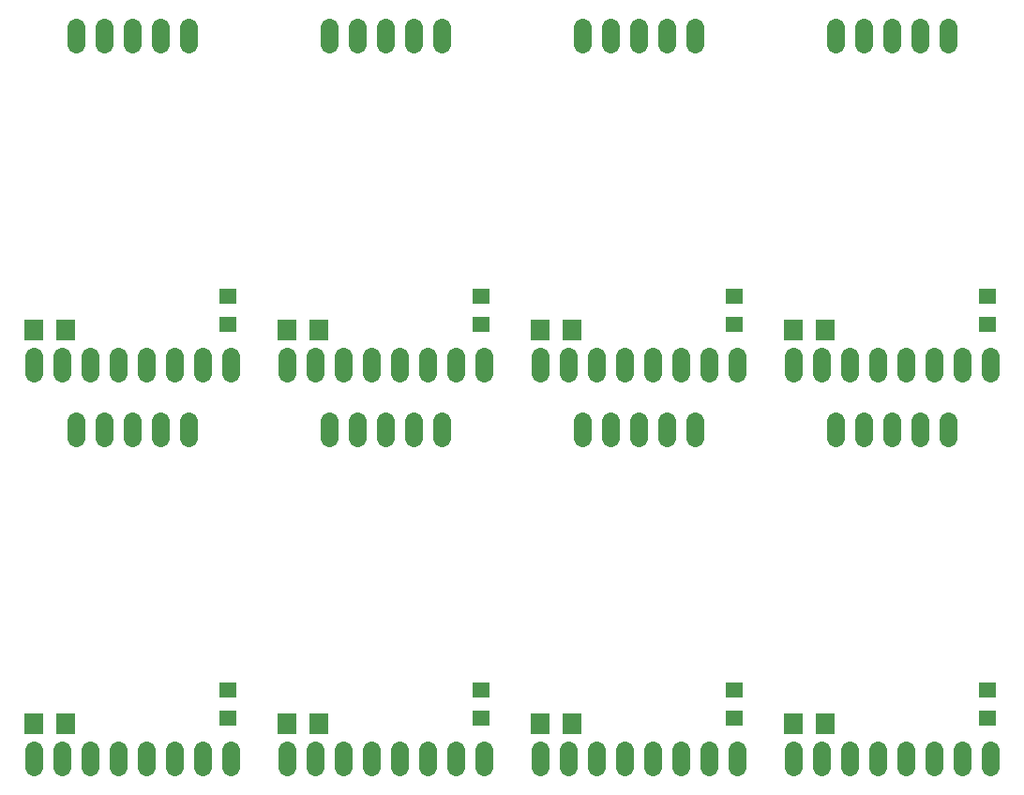
<source format=gbs>
G04 EAGLE Gerber RS-274X export*
G75*
%MOMM*%
%FSLAX34Y34*%
%LPD*%
%INBottom Solder Mask*%
%IPPOS*%
%AMOC8*
5,1,8,0,0,1.08239X$1,22.5*%
G01*
%ADD10C,1.625600*%
%ADD11R,1.701600X1.904600*%
%ADD12R,1.625600X1.371600*%


D10*
X63500Y318770D02*
X63500Y334010D01*
X88900Y334010D02*
X88900Y318770D01*
X114300Y318770D02*
X114300Y334010D01*
X139700Y334010D02*
X139700Y318770D01*
X165100Y318770D02*
X165100Y334010D01*
X203200Y36830D02*
X203200Y21590D01*
X177800Y21590D02*
X177800Y36830D01*
X152400Y36830D02*
X152400Y21590D01*
X127000Y21590D02*
X127000Y36830D01*
X101600Y36830D02*
X101600Y21590D01*
X76200Y21590D02*
X76200Y36830D01*
X50800Y36830D02*
X50800Y21590D01*
X25400Y21590D02*
X25400Y36830D01*
D11*
X53590Y60960D03*
X25150Y60960D03*
D12*
X200660Y91440D03*
X200660Y66040D03*
D10*
X292100Y318770D02*
X292100Y334010D01*
X317500Y334010D02*
X317500Y318770D01*
X342900Y318770D02*
X342900Y334010D01*
X368300Y334010D02*
X368300Y318770D01*
X393700Y318770D02*
X393700Y334010D01*
X431800Y36830D02*
X431800Y21590D01*
X406400Y21590D02*
X406400Y36830D01*
X381000Y36830D02*
X381000Y21590D01*
X355600Y21590D02*
X355600Y36830D01*
X330200Y36830D02*
X330200Y21590D01*
X304800Y21590D02*
X304800Y36830D01*
X279400Y36830D02*
X279400Y21590D01*
X254000Y21590D02*
X254000Y36830D01*
D11*
X282190Y60960D03*
X253750Y60960D03*
D12*
X429260Y91440D03*
X429260Y66040D03*
D10*
X520700Y318770D02*
X520700Y334010D01*
X546100Y334010D02*
X546100Y318770D01*
X571500Y318770D02*
X571500Y334010D01*
X596900Y334010D02*
X596900Y318770D01*
X622300Y318770D02*
X622300Y334010D01*
X660400Y36830D02*
X660400Y21590D01*
X635000Y21590D02*
X635000Y36830D01*
X609600Y36830D02*
X609600Y21590D01*
X584200Y21590D02*
X584200Y36830D01*
X558800Y36830D02*
X558800Y21590D01*
X533400Y21590D02*
X533400Y36830D01*
X508000Y36830D02*
X508000Y21590D01*
X482600Y21590D02*
X482600Y36830D01*
D11*
X510790Y60960D03*
X482350Y60960D03*
D12*
X657860Y91440D03*
X657860Y66040D03*
D10*
X749300Y318770D02*
X749300Y334010D01*
X774700Y334010D02*
X774700Y318770D01*
X800100Y318770D02*
X800100Y334010D01*
X825500Y334010D02*
X825500Y318770D01*
X850900Y318770D02*
X850900Y334010D01*
X889000Y36830D02*
X889000Y21590D01*
X863600Y21590D02*
X863600Y36830D01*
X838200Y36830D02*
X838200Y21590D01*
X812800Y21590D02*
X812800Y36830D01*
X787400Y36830D02*
X787400Y21590D01*
X762000Y21590D02*
X762000Y36830D01*
X736600Y36830D02*
X736600Y21590D01*
X711200Y21590D02*
X711200Y36830D01*
D11*
X739390Y60960D03*
X710950Y60960D03*
D12*
X886460Y91440D03*
X886460Y66040D03*
D10*
X63500Y674370D02*
X63500Y689610D01*
X88900Y689610D02*
X88900Y674370D01*
X114300Y674370D02*
X114300Y689610D01*
X139700Y689610D02*
X139700Y674370D01*
X165100Y674370D02*
X165100Y689610D01*
X203200Y392430D02*
X203200Y377190D01*
X177800Y377190D02*
X177800Y392430D01*
X152400Y392430D02*
X152400Y377190D01*
X127000Y377190D02*
X127000Y392430D01*
X101600Y392430D02*
X101600Y377190D01*
X76200Y377190D02*
X76200Y392430D01*
X50800Y392430D02*
X50800Y377190D01*
X25400Y377190D02*
X25400Y392430D01*
D11*
X53590Y416560D03*
X25150Y416560D03*
D12*
X200660Y447040D03*
X200660Y421640D03*
D10*
X292100Y674370D02*
X292100Y689610D01*
X317500Y689610D02*
X317500Y674370D01*
X342900Y674370D02*
X342900Y689610D01*
X368300Y689610D02*
X368300Y674370D01*
X393700Y674370D02*
X393700Y689610D01*
X431800Y392430D02*
X431800Y377190D01*
X406400Y377190D02*
X406400Y392430D01*
X381000Y392430D02*
X381000Y377190D01*
X355600Y377190D02*
X355600Y392430D01*
X330200Y392430D02*
X330200Y377190D01*
X304800Y377190D02*
X304800Y392430D01*
X279400Y392430D02*
X279400Y377190D01*
X254000Y377190D02*
X254000Y392430D01*
D11*
X282190Y416560D03*
X253750Y416560D03*
D12*
X429260Y447040D03*
X429260Y421640D03*
D10*
X520700Y674370D02*
X520700Y689610D01*
X546100Y689610D02*
X546100Y674370D01*
X571500Y674370D02*
X571500Y689610D01*
X596900Y689610D02*
X596900Y674370D01*
X622300Y674370D02*
X622300Y689610D01*
X660400Y392430D02*
X660400Y377190D01*
X635000Y377190D02*
X635000Y392430D01*
X609600Y392430D02*
X609600Y377190D01*
X584200Y377190D02*
X584200Y392430D01*
X558800Y392430D02*
X558800Y377190D01*
X533400Y377190D02*
X533400Y392430D01*
X508000Y392430D02*
X508000Y377190D01*
X482600Y377190D02*
X482600Y392430D01*
D11*
X510790Y416560D03*
X482350Y416560D03*
D12*
X657860Y447040D03*
X657860Y421640D03*
D10*
X749300Y674370D02*
X749300Y689610D01*
X774700Y689610D02*
X774700Y674370D01*
X800100Y674370D02*
X800100Y689610D01*
X825500Y689610D02*
X825500Y674370D01*
X850900Y674370D02*
X850900Y689610D01*
X889000Y392430D02*
X889000Y377190D01*
X863600Y377190D02*
X863600Y392430D01*
X838200Y392430D02*
X838200Y377190D01*
X812800Y377190D02*
X812800Y392430D01*
X787400Y392430D02*
X787400Y377190D01*
X762000Y377190D02*
X762000Y392430D01*
X736600Y392430D02*
X736600Y377190D01*
X711200Y377190D02*
X711200Y392430D01*
D11*
X739390Y416560D03*
X710950Y416560D03*
D12*
X886460Y447040D03*
X886460Y421640D03*
M02*

</source>
